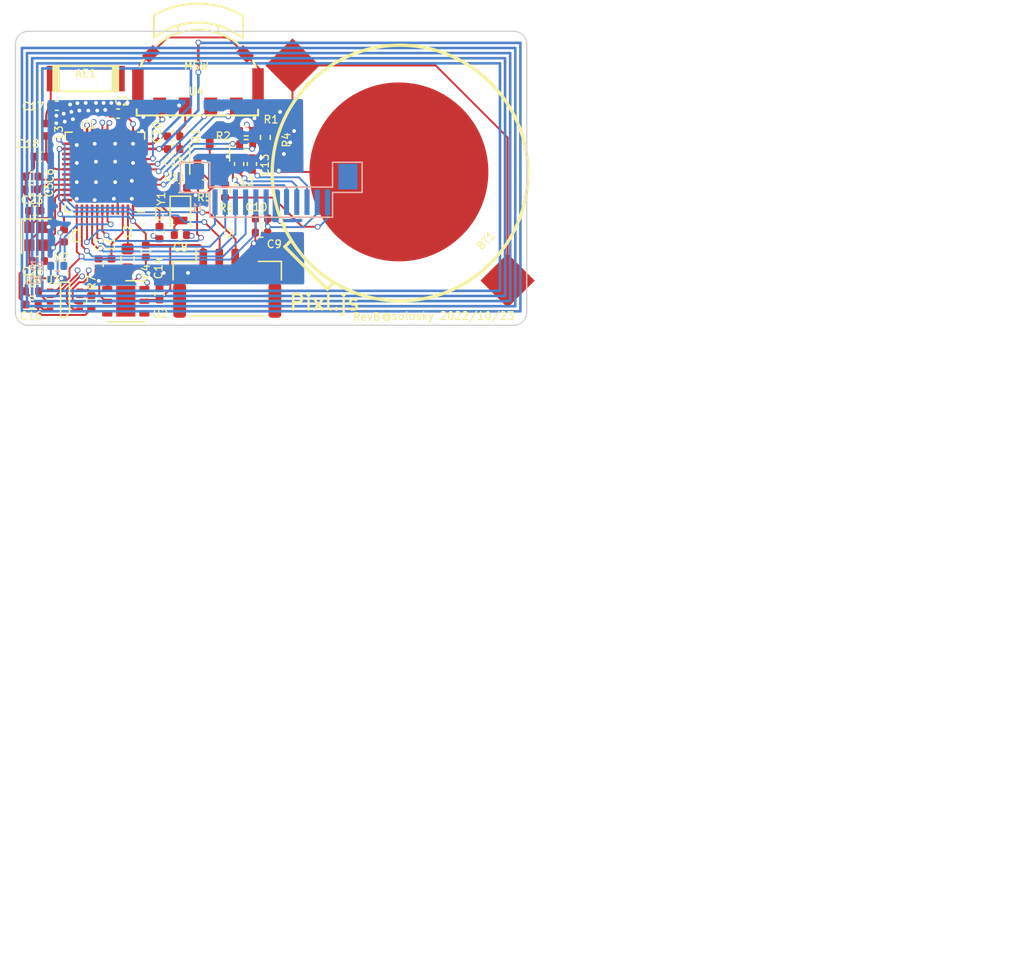
<source format=kicad_pcb>
(kicad_pcb (version 20211014) (generator pcbnew)
  (layers (0 "F.Cu" jumper) (1 "In1.Cu" signal) (2 "In2.Cu" signal) (31 "B.Cu" jumper) (34 "B.Paste" user) (35 "F.Paste" user) (36 "B.SilkS" user "B.Silkscreen") (37 "F.SilkS" user "F.Silkscreen") (38 "B.Mask" user) (39 "F.Mask" user) (44 "Edge.Cuts" user))
  (net 0 "")
  (net 1 "Net-(AE1-Pad1)")
  (net 2 "Net-(AE2-Pad1)")
  (net 3 "Net-(AE2-Pad2)")
  (net 4 "+BATT")
  (net 5 "GND")
  (net 6 "Net-(C1-Pad2)")
  (net 7 "Net-(C5-Pad2)")
  (net 8 "Net-(C6-Pad2)")
  (net 9 "Net-(C7-Pad2)")
  (net 10 "Net-(C8-Pad2)")
  (net 11 "Net-(C11-Pad2)")
  (net 12 "Net-(C12-Pad2)")
  (net 13 "Net-(C13-Pad2)")
  (net 14 "Net-(C12-Pad1)")
  (net 15 "Net-(C18-Pad2)")
  (net 16 "Net-(J1-Pad12)")
  (net 17 "/BL")
  (net 18 "Net-(Q1-Pad3)")
  (net 19 "/K3")
  (net 20 "Net-(C23-Pad2)")
  (net 21 "unconnected-(U4-Pad5)")
  (net 22 "Net-(C26-Pad2)")
  (net 23 "Net-(D1-Pad1)")
  (net 24 "+3V3")
  (net 25 "/SDA")
  (net 26 "/SCL")
  (net 27 "/CSB")
  (net 28 "/DC")
  (net 29 "/RSTN")
  (net 30 "/SWDIO")
  (net 31 "/SWDCLK")
  (net 32 "Net-(L1-Pad2)")
  (net 33 "Net-(L2-Pad2)")
  (net 34 "/ADC")
  (net 35 "/ADC_EN")
  (net 36 "/LED")
  (net 40 "/I2C_SDA")
  (net 41 "/I2C_SCL")
  (net 45 "Net-(R7-Pad1)")
  (net 47 "/K1")
  (net 48 "/K2")
  (net 49 "Net-(R8-Pad1)")
  (net 56 "/CSF")
  (net 57 "/SDI")
  (footprint "Resistor_SMD:R_0402_1005Metric" (layer "F.Cu") (at 88.8 73)
    (fp_text reference "R5")
    (fp_text value "10K")
  )
  (footprint "Capacitor_SMD:C_0402_1005Metric" (layer "F.Cu") (at 75.28 72.36)
    (fp_text reference "C6")
    (fp_text value "0.1uF")
  )
  (footprint "Package_DFN_QFN:QFN-48-1EP_6x6mm_P0.4mm_EP4.6x4.6mm" (layer "F.Cu") (at 81 72 180)
    (fp_text reference "U1")
    (fp_text value "nRF52832-QFxx")
  )
  (footprint "Inductor_SMD:L_0402_1005Metric" (layer "F.Cu") (at 76.4 68.7 -90)
    (fp_text reference "L3")
    (fp_text value "TBD")
  )
  (footprint "Package_DFN_QFN:DFN-6-1EP_3x3mm_P1mm_EP1.5x2.4mm" (layer "F.Cu") (at 82.635 82.12)
    (fp_text reference "U2")
    (fp_text value "SHT20")
  )
  (footprint "Capacitor_SMD:C_0402_1005Metric" (layer "F.Cu") (at 77.8 77 -90)
    (fp_text reference "C3")
    (fp_text value "0.1uF")
  )
  (footprint "MyLib:BAT-SMD_CR2032-3V" (layer "F.Cu") (at 104.089803 72.089803 45)
    (fp_text reference "BT1")
    (fp_text value "Battery_Cell" hide)
  )
  (footprint "Capacitor_SMD:C_0402_1005Metric" (layer "F.Cu") (at 86.91 73.25 180)
    (fp_text reference "C11")
    (fp_text value "12pF")
  )
  (footprint "Capacitor_SMD:C_0402_1005Metric" (layer "F.Cu") (at 75.51 75.04 180)
    (fp_text reference "C23")
    (fp_text value "12pF")
  )
  (footprint "MyLib:MSW" (layer "F.Cu") (at 88.28 65.8865)
    (fp_text reference "U4")
    (fp_text value "MSW")
  )
  (footprint "Crystal:Crystal_SMD_2016-4Pin_2.0x1.6mm" (layer "F.Cu") (at 75.64 77.03 -90)
    (fp_text reference "Y2")
    (fp_text value "32MHz")
  )
  (footprint "Capacitor_SMD:C_0402_1005Metric" (layer "F.Cu") (at 77.24 66.82 180)
    (fp_text reference "C17")
    (fp_text value "TBD")
  )
  (footprint "Inductor_SMD:L_0603_1608Metric" (layer "F.Cu") (at 82.77 78.81 90)
    (fp_text reference "L2")
    (fp_text value "10uH")
  )
  (footprint "Resistor_SMD:R_0402_1005Metric" (layer "F.Cu") (at 90.4 73.5 -90)
    (fp_text reference "R6")
    (fp_text value "10")
  )
  (footprint "Crystal:Crystal_SMD_2012-2Pin_2.0x1.2mm" (layer "F.Cu") (at 86.9 75.1 -90)
    (fp_text reference "Y1")
    (fp_text value "32.768K")
  )
  (footprint "MyLib:JST_GH_SM04B-GHS-TB_1x04-1MP_P1.25mm_Horizontal" (layer "F.Cu") (at 90.57 80.71)
    (fp_text reference "J2")
    (fp_text value "Conn_01x04")
  )
  (footprint "Capacitor_SMD:C_0402_1005Metric" (layer "F.Cu") (at 86.91 76.94 180)
    (fp_text reference "C8")
    (fp_text value "12pF")
  )
  (footprint "Capacitor_SMD:C_0402_1005Metric" (layer "F.Cu") (at 84.2 78.2 -90)
    (fp_text reference "C4")
    (fp_text value "4.7uF")
  )
  (footprint "Capacitor_SMD:C_0402_1005Metric" (layer "F.Cu") (at 75.3 82.37 180)
    (fp_text reference "C16")
    (fp_text value "0.1uF")
  )
  (footprint "Capacitor_SMD:C_0402_1005Metric" (layer "F.Cu") (at 92.5 71.38 -90)
    (fp_text reference "C13")
    (fp_text value "1uF/16V")
  )
  (footprint "Capacitor_SMD:C_0402_1005Metric" (layer "F.Cu") (at 86.38 69.22)
    (fp_text reference "C20")
    (fp_text value "150pF")
  )
  (footprint "Resistor_SMD:R_0402_1005Metric" (layer "F.Cu") (at 75.3 81.34 180)
    (fp_text reference "R8")
    (fp_text value "4.7K")
  )
  (footprint "Capacitor_SMD:C_0402_1005Metric" (layer "F.Cu") (at 85.27 81.53 -90)
    (fp_text reference "C14")
    (fp_text value "0.1uF")
  )
  (footprint "MyLib:USON-8_3x2mm_0.5pich" (layer "F.Cu") (at 77.88 82 90)
    (fp_text reference "U3")
    (fp_text value "GD25Q16C")
  )
  (footprint "Capacitor_SMD:C_0402_1005Metric" (layer "F.Cu") (at 75.79 78.97)
    (fp_text reference "C26")
    (fp_text value "12pF")
  )
  (footprint "Capacitor_SMD:C_0402_1005Metric" (layer "F.Cu") (at 93.25 76.75 180)
    (fp_text reference "C9")
    (fp_text value "10uF")
  )
  (footprint "Resistor_SMD:R_0402_1005Metric" (layer "F.Cu") (at 92.05 69.85 180)
    (fp_text reference "R2")
    (fp_text value "100K")
  )
  (footprint "MyLib:AN2051" (layer "F.Cu") (at 79.5 64.7)
    (fp_text reference "AE1")
    (fp_text value "Antenna")
  )
  (footprint "Resistor_SMD:R_0402_1005Metric" (layer "F.Cu") (at 79.94 82.19 -90)
    (fp_text reference "R7")
    (fp_text value "4.7K")
  )
  (footprint "Capacitor_SMD:C_0402_1005Metric" (layer "F.Cu") (at 75.94 70.81)
    (fp_text reference "C18")
    (fp_text value "TBD")
  )
  (footprint "Capacitor_SMD:C_0402_1005Metric" (layer "F.Cu") (at 82.03 67.44 180)
    (fp_text reference "C2")
    (fp_text value "0.1uF")
  )
  (footprint "Inductor_SMD:L_0402_1005Metric" (layer "F.Cu") (at 81.51 79.28 -90)
    (fp_text reference "L1")
    (fp_text value "15nH")
  )
  (footprint "Capacitor_SMD:C_0402_1005Metric" (layer "F.Cu") (at 93.25 75.65 180)
    (fp_text reference "C10")
    (fp_text value "0.1uF")
  )
  (footprint "Capacitor_SMD:C_0402_1005Metric" (layer "F.Cu") (at 75.23 73.37)
    (fp_text reference "C5")
    (fp_text value "0.1uF")
  )
  (footprint "Capacitor_SMD:C_0402_1005Metric" (layer "F.Cu") (at 80.5 79.28 90)
    (fp_text reference "C1")
    (fp_text value "1uF")
  )
  (footprint "Capacitor_SMD:C_0402_1005Metric" (layer "F.Cu") (at 86.38 70.22 180)
    (fp_text reference "C15")
    (fp_text value "150pF")
  )
  (footprint "Capacitor_SMD:C_0402_1005Metric" (layer "F.Cu") (at 91.5 71.38 90)
    (fp_text reference "C12")
    (fp_text value "1uF/25V")
  )
  (footprint "Package_TO_SOT_SMD:SOT-23" (layer "F.Cu") (at 89.2 70.5 90)
    (fp_text reference "Q1")
    (fp_text value "AO3400A")
  )
  (footprint "Capacitor_SMD:C_0402_1005Metric" (layer "F.Cu") (at 85.27 76.75 90)
    (fp_text reference "C7")
    (fp_text value "0.1uF")
  )
  (footprint "Resistor_SMD:R_0402_1005Metric" (layer "F.Cu") (at 92.05 68.8 180)
    (fp_text reference "R1")
    (fp_text value "100K")
  )
  (footprint "Resistor_SMD:R_0402_1005Metric" (layer "F.Cu") (at 93.55 69.3 90)
    (fp_text reference "R4")
    (fp_text value "0")
  )
  (footprint "Resistor_SMD:R_0402_1005Metric" (layer "B.Cu") (at 77.275 79.35)
    (fp_text reference "R3")
    (fp_text value "10K")
  )
  (footprint "LED_SMD:LED_0402_1005Metric" (layer "B.Cu") (at 77.25 80.45)
    (fp_text reference "D1")
    (fp_text value "LED_Small")
  )
  (footprint "MyLib:FPC_12 0.8mm" (layer "B.Cu") (at 94.01 74.365)
    (fp_text reference "J1")
    (fp_text value "Conn_01x12")
  )
  (footprint "MyLib:40x22MM_NFC_ANTENA" (layer "B.Cu") (at 147.705 129.905 180)
    (fp_text reference "AE2" hide)
    (fp_text value "Antenna_Loop")
  )
  (gr_arc (start 75 84) (mid 74.292893 83.707107) (end 74 83) (layer "Edge.Cuts") (width 0.1))
  (gr_line (start 75 84) (end 80.2 84) (layer "Edge.Cuts") (width 0.1))
  (gr_arc (start 74 62) (mid 74.292893 61.292893) (end 75 61) (layer "Edge.Cuts") (width 0.1))
  (gr_line (start 80.2 84) (end 113 84) (layer "Edge.Cuts") (width 0.1))
  (gr_line (start 74 62) (end 74 83) (layer "Edge.Cuts") (width 0.1))
  (gr_arc (start 113 61) (mid 113.707107 61.292893) (end 114 62) (layer "Edge.Cuts") (width 0.1))
  (gr_line (start 114 83) (end 114 62) (layer "Edge.Cuts") (width 0.1))
  (gr_line (start 113 61) (end 75 61) (layer "Edge.Cuts") (width 0.1))
  (gr_arc (start 114 83) (mid 113.707107 83.707107) (end 113 84) (layer "Edge.Cuts") (width 0.1))
  (gr_text "RevB" (at 101.48 83.34) (layer "F.SilkS") (effects (font (size 0.6 0.6) (thickness 0.1))))
  (gr_text "@solosky 2022/10/23" (at 107.84 83.27) (layer "F.SilkS") (effects (font (size 0.6 0.6) (thickness 0.1))))
  (gr_text "Pixl.js" (at 98.19 82.22) (layer "F.SilkS") (effects (font (size 1.2 1.2) (thickness 0.2))))
  (segment (start 76.4 68.215) (end 76.4 67.689116) (width 0.15) (layer "F.Cu") (net 1))
  (segment (start 76.76 66.82) (end 76.76 65.1587) (width 0.15) (layer "F.Cu") (net 1))
  (arc (start 76.4 67.689116) (mid 76.493561 67.218754) (end 76.76 66.82) (width 0.15) (layer "F.Cu") (net 1))
  (arc (start 76.76 65.1587) (mid 76.809379 64.910454) (end 76.95 64.7) (width 0.15) (layer "F.Cu") (net 1))
  (segment (start 85.26 70.22) (end 85.9 70.22) (width 0.2) (layer "F.Cu") (net 2))
  (segment (start 85.24 70.2) (end 85.26 70.22) (width 0.15) (layer "F.Cu") (net 2))
  (segment (start 88.31 61.88) (end 88.31 64.2) (width 0.2) (layer "F.Cu") (net 2))
  (segment (start 85.24 70.2) (end 83.95 70.2) (width 0.2) (layer "F.Cu") (net 2))
  (via (at 88.31 64.2) (size 0.45) (drill 0.3) (layers "F.Cu" "B.Cu") (net 2))
  (via (at 85.24 70.2) (size 0.45) (drill 0.3) (layers "F.Cu" "B.Cu") (net 2))
  (via (at 88.31 61.88) (size 0.45) (drill 0.3) (layers "F.Cu" "B.Cu") (net 2))
  (segment (start 85.29 70.2) (end 88.31 67.18) (width 0.2) (layer "B.Cu") (net 2))
  (segment (start 85.24 70.2) (end 85.29 70.2) (width 0.15) (layer "B.Cu") (net 2))
  (segment (start 88.31 67.18) (end 88.31 64.2) (width 0.2) (layer "B.Cu") (net 2))
  (segment (start 85.35 69.19) (end 85.87 69.19) (width 0.2) (layer "F.Cu") (net 3))
  (segment (start 84.74 69.8) (end 85.35 69.19) (width 0.2) (layer "F.Cu") (net 3))
  (segment (start 83.95 69.8) (end 84.74 69.8) (width 0.2) (layer "F.Cu") (net 3))
  (segment (start 85.87 69.19) (end 85.9 69.22) (width 0.15) (layer "F.Cu") (net 3))
  (via (at 85.35 69.19) (size 0.45) (drill 0.3) (layers "F.Cu" "B.Cu") (net 3))
  (segment (start 87.705 63.905) (end 87.725 63.925) (width 0.2) (layer "B.Cu") (net 3))
  (segment (start 87.725 63.925) (end 87.725 66.815) (width 0.2) (layer "B.Cu") (net 3))
  (segment (start 87.725 66.815) (end 85.35 69.19) (width 0.2) (layer "B.Cu") (net 3))
  (segment (start 95.675232 63.675232) (end 106.875232 63.675232) (width 0.15) (layer "F.Cu") (net 4))
  (segment (start 106.875232 63.675232) (end 112.504374 69.304374) (width 0.15) (layer "F.Cu") (net 4))
  (segment (start 95.675232 63.675232) (end 95.675232 67.684768) (width 0.15) (layer "F.Cu") (net 4))
  (segment (start 95.675232 67.684768) (end 93.55 69.81) (width 0.15) (layer "F.Cu") (net 4))
  (segment (start 112.504374 69.304374) (end 112.504374 80.504374) (width 0.15) (layer "F.Cu") (net 4))
  (segment (start 80.341594 80.52) (end 79.611594 81.25) (width 0.15) (layer "F.Cu") (net 5))
  (segment (start 79.611594 81.25) (end 79.03 81.25) (width 0.15) (layer "F.Cu") (net 5))
  (segment (start 94.7 72) (end 94.6 71.9) (width 0.15) (layer "F.Cu") (net 5))
  (segment (start 74.75 73.8) (end 74.75 73.37) (width 0.15) (layer "F.Cu") (net 5))
  (segment (start 90.15 71.25) (end 90.6 70.8) (width 0.15) (layer "F.Cu") (net 5))
  (segment (start 76.19 76.33) (end 76.57 76.33) (width 0.15) (layer "F.Cu") (net 5))
  (segment (start 82 74.4) (end 81.7 74.1) (width 0.15) (layer "F.Cu") (net 5))
  (segment (start 75.99 75.04) (end 74.75 73.8) (width 0.15) (layer "F.Cu") (net 5))
  (segment (start 75.99 74.0395) (end 76.5295 73.5) (width 0.15) (layer "F.Cu") (net 5))
  (segment (start 78.8 72.8) (end 78.8 72.4) (width 0.15) (layer "F.Cu") (net 5))
  (segment (start 81.55 67.44) (end 81.315 67.44) (width 0.15) (layer "F.Cu") (net 5))
  (segment (start 92.5 70.9) (end 93.22 70.9) (width 0.15) (layer "F.Cu") (net 5))
  (segment (start 74.32 79.96) (end 75.31 78.97) (width 0.15) (layer "F.Cu") (net 5))
  (segment (start 84.2 78.68) (end 84.2 79.7) (width 0.15) (layer "F.Cu") (net 5))
  (segment (start 87.28 66.8365) (end 87.2435 66.8) (width 0.15) (layer "F.Cu") (net 5))
  (segment (start 80.5 80.5) (end 80.5 79.76) (width 0.15) (layer "F.Cu") (net 5))
  (segment (start 80.52 80.52) (end 80.5 80.5) (width 0.15) (layer "F.Cu") (net 5))
  (segment (start 84.2 79.7) (end 84.4 79.9) (width 0.15) (layer "F.Cu") (net 5))
  (segment (start 87.7305 76.94) (end 87.39 76.94) (width 0.15) (layer "F.Cu") (net 5))
  (segment (start 92.77 76.75) (end 92.77 77.46498) (width 0.15) (layer "F.Cu") (net 5))
  (segment (start 92.77 75.65) (end 92.77 76.75) (width 0.15) (layer "F.Cu") (net 5))
  (segment (start 82 74.95) (end 82 74.4) (width 0.15) (layer "F.Cu") (net 5))
  (segment (start 88.1 73.82) (end 88.29 73.63) (width 0.15) (layer "F.Cu") (net 5))
  (segment (start 87.2435 66.8) (end 86.8 66.8) (width 0.15) (layer "F.Cu") (net 5))
  (segment (start 85.27 80.23) (end 85.6 79.9) (width 0.15) (layer "F.Cu") (net 5))
  (segment (start 80.56 80.6) (end 80.56 81.64) (width 0.15) (layer "F.Cu") (net 5))
  (segment (start 104 72) (end 94.7 72) (width 0.15) (layer "F.Cu") (net 5))
  (segment (start 92.445 77.78998) (end 92.64749 77.58749) (width 0.15) (layer "F.Cu") (net 5))
  (segment (start 92.77 77.46498) (end 92.64749 77.58749) (width 0.15) (layer "F.Cu") (net 5))
  (segment (start 75.99 75.04) (end 75.99 74.0395) (width 0.15) (layer "F.Cu") (net 5))
  (segment (start 75.46 70.81) (end 75.46 71.7) (width 0.15) (layer "F.Cu") (net 5))
  (segment (start 74.8 72.36) (end 74.8 73.32) (width 0.15) (layer "F.Cu") (net 5))
  (segment (start 74.32 81.87) (end 74.32 79.96) (width 0.15) (layer "F.Cu") (net 5))
  (segment (start 77.8 77.48) (end 77.395 77.48) (width 0.15) (layer "F.Cu") (net 5))
  (segment (start 85.03 77.23) (end 84.8 77) (width 0.15) (layer "F.Cu") (net 5))
  (segment (start 80.52 80.56) (end 80.56 80.6) (width 0.15) (layer "F.Cu") (net 5))
  (segment (start 77.395 77.48) (end 76.95 77.925) (width 0.15) (layer "F.Cu") (net 5))
  (segment (start 74.8 73.32) (end 74.75 73.37) (width 0.15) (layer "F.Cu") (net 5))
  (segment (start 74.82 82.37) (end 74.32 81.87) (width 0.15) (layer "F.Cu") (net 5))
  (segment (start 76.57 76.33) (end 76.6 76.3) (width 0.15) (layer "F.Cu") (net 5))
  (segment (start 85.27 77.23) (end 85.03 77.23) (width 0.15) (layer "F.Cu") (net 5))
  (segment (start 75.09 78.75) (end 75.31 78.97) (width 0.15) (layer "F.Cu") (net 5))
  (segment (start 87.28 68.32) (end 87.28 66.8365) (width 0.15) (layer "F.Cu") (net 5))
  (segment (start 86.86 68.74) (end 87.28 68.32) (width 0.15) (layer "F.Cu") (net 5))
  (segment (start 90.15 71.4375) (end 90.15 71.25) (width 0.15) (layer "F.Cu") (net 5))
  (segment (start 78.05 72.2) (end 78.6 72.2) (width 0.15) (layer "F.Cu") (net 5))
  (segment (start 75.09 77.43) (end 75.09 77.73) (width 0.15) (layer "F.Cu") (net 5))
  (segment (start 87.96 73.82) (end 87.39 73.25) (width 0.15) (layer "F.Cu") (net 5))
  (segment (start 86.86 69.22) (end 86.86 68.74) (width 0.15) (layer "F.Cu") (net 5))
  (segment (start 78.275 66.725) (end 78.18 66.82) (width 0.15) (layer "F.Cu") (net 5))
  (segment (start 76.19 76.33) (end 75.09 77.43) (width 0.15) (layer "F.Cu") (net 5))
  (segment (start 81.04 82.12) (end 81.185 82.12) (width 0.15) (layer "F.Cu") (net 5))
  (segment (start 88.29 73.63) (end 88.29 73) (width 0.15) (layer "F.Cu") (net 5))
  (segment (start 75.46 71.7) (end 74.8 72.36) (width 0.15) (layer "F.Cu") (net 5))
  (segment (start 80.52 80.52) (end 80.52 80.56) (width 0.15) (layer "F.Cu") (net 5))
  (segment (start 92.445 78.86) (end 92.445 77.78998) (width 0.15) (layer "F.Cu") (net 5))
  (segment (start 88.1 73.82) (end 87.96 73.82) (width 0.15) (layer "F.Cu") (net 5))
  (segment (start 81.315 67.44) (end 81.025 67.15) (width 0.15) (layer "F.Cu") (net 5))
  (segment (start 80.56 81.64) (end 81.04 82.12) (width 0.15) (layer "F.Cu") (net 5))
  (segment (start 78.18 66.82) (end 77.72 66.82) (width 0.15) (layer "F.Cu") (net 5))
  (segment (start 85.27 81.05) (end 85.27 80.23) (width 0.15) (layer "F.Cu") (net 5))
  (segment (start 86.86 70.22) (end 86.86 69.22) (width 0.15) (layer "F.Cu") (net 5))
  (segment (start 80.52 80.52) (end 80.341594 80.52) (width 0.15) (layer "F.Cu") (net 5))
  (segment (start 75.09 77.73) (end 75.09 78.75) (width 0.15) (layer "F.Cu") (net 5))
  (segment (start 87.79 76.9995) (end 87.7305 76.94) (width 0.15) (layer "F.Cu") (net 5))
  (segment (start 78.8 72.4) (end 78.6 72.2) (width 0.15) (layer "F.Cu") (net 5))
  (via (at 76.6 76.3) (size 0.45) (drill 0.3) (layers "F.Cu" "B.Cu") (net 5))
  (via (at 83.2 71.3) (size 0.45) (drill 0.3) (layers "F.Cu" "B.Cu") (net 5))
  (via (at 79.5 66.6) (size 0.45) (drill 0.3) (layers "F.Cu" "B.Cu") (net 5))
  (via (at 93.22 70.9) (size 0.45) (drill 0.3) (layers "F.Cu" "B.Cu") (net 5))
  (via (at 77.19251 68.19251) (size 0.45) (drill 0.3) (layers "F.Cu" "B.Cu") (net 5))
  (via (at 80.3 72.8) (size 0.45) (drill 0.3) (layers "F.Cu" "B.Cu") (net 5))
  (via (at 78.8 71.3) (size 0.45) (drill 0.3) (layers "F.Cu" "B.Cu") (net 5))
  (via (at 78.8 74.1) (size 0.45) (drill 0.3) (layers "F.Cu" "B.Cu") (net 5))
  (via (at 78.8 69.9) (size 0.45) (drill 0.3) (layers "F.Cu" "B.Cu") (net 5))
  (via (at 80.4 67.2) (size 0.45) (drill 0.3) (layers "F.Cu" "B.Cu") (net 5))
  (via (at 77.775 67.45) (size 0.45) (drill 0.3) (layers "F.Cu" "B.Cu") (net 5))
  (via (at 94.7 67.3) (size 0.45) (drill 0.3) (layers "F.Cu" "B.Cu") (net 5))
  (via (at 83.2 69.8) (size 0.45) (drill 0.3) (layers "F.Cu" "B.Cu") (net 5))
  (via (at 84 67.7) (size 0.45) (drill 0.3) (layers "F.Cu" "B.Cu") (net 5))
  (via (at 95.5 69.7) (size 0.45) (drill 0.3) (layers "F.Cu" "B.Cu") (net 5))
  (via (at 78.85 66.625) (size 0.45) (drill 0.3) (layers "F.Cu" "B.Cu") (net 5))
  (via (at 80.3 71.2) (size 0.45) (drill 0.3) (layers "F.Cu" "B.Cu") (net 5))
  (via (at 78.49751 67.87751) (size 0.45) (drill 0.3) (layers "F.Cu" "B.Cu") (net 5))
  (via (at 95.8 68.8) (size 0.45) (drill 0.3) (layers "F.Cu" "B.Cu") (net 5))
  (via (at 83.1 72.7) (size 0.45) (drill 0.3) (layers "F.Cu" "B.Cu") (net 5))
  (via (at 80.2 74.2) (size 0.45) (drill 0.3) (layers "F.Cu" "B.Cu") (net 5))
  (via (at 80.9 66.6) (size 0.45) (drill 0.3) (layers "F.Cu" "B.Cu") (net 5))
  (via (at 85.6 79.9) (size 0.45) (drill 0.3) (layers "F.Cu" "B.Cu") (net 5))
  (via (at 84.4 79.9) (size 0.45) (drill 0.3) (layers "F.Cu" "B.Cu") (net 5))
  (via (at 80.3 66.6) (size 0.45) (drill 0.3) (layers "F.Cu" "B.Cu") (net 5))
  (via (at 81.025 67.15) (size 0.45) (drill 0.3) (layers "F.Cu" "B.Cu") (net 5))
  (via (at 76.95 77.925) (size 0.45) (drill 0.3) (layers "F.Cu" "B.Cu") (net 5))
  (via (at 94.6 71.9) (size 0.45) (drill 0.3) (layers "F.Cu" "B.Cu") (net 5))
  (via (at 81.7 74.1) (size 0.45) (drill 0.3) (layers "F.Cu" "B.Cu") (net 5))
  (via (at 78.375 67.3) (size 0.45) (drill 0.3) (layers "F.Cu" "B.Cu") (net 5))
  (via (at 86.8 66.8) (size 0.45) (drill 0.3) (layers "F.Cu" "B.Cu") (net 5))
  (via (at 90.6 70.8) (size 0.45) (drill 0.3) (layers "F.Cu" "B.Cu") (net 5))
  (via (at 78.275 66.725) (size 0.45) (drill 0.3) (layers "F.Cu" "B.Cu") (net 5))
  (via (at 77.86 68.07) (size 0.45) (drill 0.3) (layers "F.Cu" "B.Cu") (net 5))
  (via (at 88.1 73.82) (size 0.45) (drill 0.3) (layers "F.Cu" "B.Cu") (net 5))
  (via (at 87.5 79.9) (size 0.45) (drill 0.3) (layers "F.Cu" "B.Cu") (net 5))
  (via (at 81.8 71.2) (size 0.45) (drill 0.3) (layers "F.Cu" "B.Cu") (net 5))
  (via (at 80.52 80.52) (size 0.45) (drill 0.3) (layers "F.Cu" "B.Cu") (net 5))
  (via (at 78.8 72.8) (size 0.45) (drill 0.3) (layers "F.Cu" "B.Cu") (net 5))
  (via (at 77.2 67.6) (size 0.45) (drill 0.3) (layers "F.Cu" "B.Cu") (net 5))
  (via (at 79.7 67.2) (size 0.45) (drill 0.3) (layers "F.Cu" "B.Cu") (net 5))
  (via (at 79 67.2) (size 0.45) (drill 0.3) (layers "F.Cu" "B.Cu") (net 5))
  (via (at 94.72 75.85) (size 0.45) (drill 0.3) (layers "F.Cu" "B.Cu") (net 5))
  (via (at 87.79 76.9995) (size 0.45) (drill 0.3) (layers "F.Cu" "B.Cu") (net 5))
  (via (at 81.8 69.8) (size 0.45) (drill 0.3) (layers "F.Cu" "B.Cu") (net 5))
  (via (at 92.7 67.8) (size 0.45) (drill 0.3) (layers "F.Cu" "B.Cu") (net 5))
  (via (at 81.5 66.6) (size 0.45) (drill 0.3) (layers "F.Cu" "B.Cu") (net 5))
  (via (at 76.5295 73.5) (size 0.45) (drill 0.3) (layers "F.Cu" "B.Cu") (net 5))
  (via (at 81.8 72.8) (size 0.45) (drill 0.3) (layers "F.Cu" "B.Cu") (net 5))
  (via (at 82.775 66.6) (size 0.45) (drill 0.3) (layers "F.Cu" "B.Cu") (net 5))
  (via (at 80.2 69.8) (size 0.45) (drill 0.3) (layers "F.Cu" "B.Cu") (net 5))
  (via (at 83.9 68.8) (size 0.45) (drill 0.3) (layers "F.Cu" "B.Cu") (net 5))
  (via (at 84.8 77) (size 0.45) (drill 0.3) (layers "F.Cu" "B.Cu") (net 5))
  (via (at 95 70.6) (size 0.45) (drill 0.3) (layers "F.Cu" "B.Cu") (net 5))
  (via (at 92.64749 77.58749) (size 0.45) (drill 0.3) (layers "F.Cu" "B.Cu") (net 5))
  (via (at 83.1 74.1) (size 0.45) (drill 0.3) (layers "F.Cu" "B.Cu") (net 5))
  (via (at 82.1 66.625) (size 0.45) (drill 0.3) (layers "F.Cu" "B.Cu") (net 5))
  (segment (start 94.41 75.54) (end 94.41 74.365) (width 0.15) (layer "B.Cu") (net 5))
  (segment (start 94.72 75.85) (end 94.41 75.54) (width 0.15) (layer "B.Cu") (net 5))
  (segment (start 81.505 78.8) (end 81.51 78.795) (width 0.15) (layer "F.Cu") (net 6))
  (segment (start 80.5 78.8) (end 81.505 78.8) (width 0.15) (layer "F.Cu") (net 6))
  (segment (start 82.4 74.95) (end 82.4 76.76) (width 0.15) (layer "F.Cu") (net 6))
  (segment (start 81.51 77.65) (end 81.51 78.795) (width 0.15) (layer "F.Cu") (net 6))
  (segment (start 82.4 76.76) (end 81.51 77.65) (width 0.15) (layer "F.Cu") (net 6))
  (segment (start 78.05 73) (end 76.08 73) (width 0.15) (layer "F.Cu") (net 7))
  (segment (start 76.08 73) (end 75.71 73.37) (width 0.15) (layer "F.Cu") (net 7))
  (segment (start 76 72.6) (end 75.76 72.36) (width 0.15) (layer "F.Cu") (net 8))
  (segment (start 78.05 72.6) (end 76 72.6) (width 0.15) (layer "F.Cu") (net 8))
  (segment (start 84.45 74.2) (end 85.27 75.02) (width 0.15) (layer "F.Cu") (net 9))
  (segment (start 83.95 74.2) (end 84.45 74.2) (width 0.15) (layer "F.Cu") (net 9))
  (segment (start 85.27 75.02) (end 85.27 76.27) (width 0.15) (layer "F.Cu") (net 9))
  (segment (start 83.95 73.8) (end 84.55 73.8) (width 0.15) (layer "F.Cu") (net 10))
  (segment (start 86.43 76.27) (end 86.9 75.8) (width 0.15) (layer "F.Cu") (net 10))
  (segment (start 84.55 73.8) (end 86.55 75.8) (width 0.15) (layer "F.Cu") (net 10))
  (segment (start 86.43 76.94) (end 86.43 76.27) (width 0.15) (layer "F.Cu") (net 10))
  (segment (start 86.55 75.8) (end 86.9 75.8) (width 0.15) (layer "F.Cu") (net 10))
  (segment (start 83.95 73.4) (end 85 73.4) (width 0.15) (layer "F.Cu") (net 11))
  (segment (start 86 74.4) (end 86.9 74.4) (width 0.15) (layer "F.Cu") (net 11))
  (segment (start 85 73.4) (end 86 74.4) (width 0.15) (layer "F.Cu") (net 11))
  (segment (start 86.43 73.25) (end 86.43 73.93) (width 0.15) (layer "F.Cu") (net 11))
  (segment (start 86.43 73.93) (end 86.9 74.4) (width 0.15) (layer "F.Cu") (net 11))
  (segment (start 91.5 70.9) (end 91.09 71.31) (width 0.15) (layer "F.Cu") (net 12))
  (segment (start 91.01 71.39) (end 91.01 72.49) (width 0.15) (layer "F.Cu") (net 12))
  (segment (start 91.09 71.31) (end 91.01 71.39) (width 0.15) (layer "F.Cu") (net 12))
  (segment (start 91.01 72.49) (end 91.16 72.64) (width 0.15) (layer "F.Cu") (net 12))
  (via (at 91.16 72.64) (size 0.45) (drill 0.3) (layers "F.Cu" "B.Cu") (net 12))
  (segment (start 95 73.04) (end 95.21 73.25) (width 0.15) (layer "B.Cu") (net 12))
  (segment (start 91.16 72.64) (end 91.56 73.04) (width 0.15) (layer "B.Cu") (net 12))
  (segment (start 95.21 73.25) (end 95.21 74.365) (width 0.15) (layer "B.Cu") (net 12))
  (segment (start 91.56 73.04) (end 95 73.04) (width 0.15) (layer "B.Cu") (net 12))
  (segment (start 92.5 71.86) (end 92.93 72.29) (width 0.15) (layer "F.Cu") (net 13))
  (via (at 92.93 72.29) (size 0.45) (drill 0.3) (layers "F.Cu" "B.Cu") (net 13))
  (segment (start 92.93 72.29) (end 93.06 72.42) (width 0.15) (layer "B.Cu") (net 13))
  (segment (start 96.16 72.42) (end 96.81 73.07) (width 0.15) (layer "B.Cu") (net 13))
  (segment (start 93.06 72.42) (end 96.16 72.42) (width 0.15) (layer "B.Cu") (net 13))
  (segment (start 96.81 73.07) (end 96.81 74.365) (width 0.15) (layer "B.Cu") (net 13))
  (segment (start 91.5 72.08) (end 91.5 71.86) (width 0.15) (layer "F.Cu") (net 14))
  (segment (start 91.92 72.5) (end 91.5 72.08) (width 0.15) (layer "F.Cu") (net 14))
  (via (at 91.92 72.5) (size 0.45) (drill 0.3) (layers "F.Cu" "B.Cu") (net 14))
  (segment (start 96.01 73.13) (end 96.01 74.365) (width 0.15) (layer "B.Cu") (net 14))
  (segment (start 91.92 72.5) (end 92.16 72.74) (width 0.15) (layer "B.Cu") (net 14))
  (segment (start 95.62 72.74) (end 96.01 73.13) (width 0.15) (layer "B.Cu") (net 14))
  (segment (start 92.16 72.74) (end 95.62 72.74) (width 0.15) (layer "B.Cu") (net 14))
  (segment (start 78.05 71.8) (end 77.41 71.8) (width 0.15) (layer "F.Cu") (net 15))
  (segment (start 76.4 69.185) (end 76.4 70.79) (width 0.15) (layer "F.Cu") (net 15))
  (arc (start 77.41 71.8) (mid 76.709964 71.510036) (end 76.42 70.81) (width 0.15) (layer "F.Cu") (net 15))
  (arc (start 76.4 70.79) (mid 76.405858 70.804142) (end 76.42 70.81) (width 0.15) (layer "F.Cu") (net 15))
  (segment (start 97.64 76.29) (end 96.44 76.29) (width 0.15) (layer "F.Cu") (net 16))
  (segment (start 96.44 76.29) (end 94.16 74.01) (width 0.15) (layer "F.Cu") (net 16))
  (segment (start 94.16 74.01) (end 90.4 74.01) (width 0.15) (layer "F.Cu") (net 16))
  (via (at 97.64 76.29) (size 0.45) (drill 0.3) (layers "F.Cu" "B.Cu") (net 16))
  (segment (start 98.41 75.65) (end 98.41 74.365) (width 0.15) (layer "B.Cu") (net 16))
  (segment (start 97.64 76.29) (end 97.77 76.29) (width 0.15) (layer "B.Cu") (net 16))
  (segment (start 97.77 76.29) (end 98.41 75.65) (width 0.15) (layer "B.Cu") (net 16))
  (segment (start 80.8 74.95) (end 80.8 76.6395) (width 0.15) (layer "F.Cu") (net 17))
  (segment (start 89.31 72.81) (end 88.25 71.75) (width 0.15) (layer "F.Cu") (net 17))
  (segment (start 88.506186 77.15) (end 88.21 76.853814) (width 0.15) (layer "F.Cu") (net 17))
  (segment (start 88.52 77.15) (end 88.506186 77.15) (width 0.15) (layer "F.Cu") (net 17))
  (segment (start 88.25 71.75) (end 88.25 71.4375) (width 0.15) (layer "F.Cu") (net 17))
  (segment (start 80.8 76.6395) (end 81.12 76.9595) (width 0.15) (layer "F.Cu") (net 17))
  (segment (start 88.21 74.43) (end 89.32 73.32) (width 0.15) (layer "F.Cu") (net 17))
  (segment (start 89.31 73) (end 89.31 72.81) (width 0.15) (layer "F.Cu") (net 17))
  (segment (start 88.21 76.853814) (end 88.21 74.43) (width 0.15) (layer "F.Cu") (net 17))
  (via (at 88.52 77.15) (size 0.45) (drill 0.3) (layers "F.Cu" "B.Cu") (net 17))
  (via (at 81.12 76.9595) (size 0.45) (drill 0.3) (layers "F.Cu" "B.Cu") (net 17))
  (segment (start 81.5605 77.4) (end 81.12 76.9595) (width 0.15) (layer "B.Cu") (net 17))
  (segment (start 88.27 77.4) (end 81.5605 77.4) (width 0.15) (layer "B.Cu") (net 17))
  (segment (start 88.52 77.15) (end 88.27 77.4) (width 0.15) (layer "B.Cu") (net 17))
  (segment (start 90.19 72.99) (end 89.2 72) (width 0.15) (layer "F.Cu") (net 18))
  (segment (start 89.2 72) (end 89.2 69.5625) (width 0.15) (layer "F.Cu") (net 18))
  (segment (start 90.4 72.99) (end 90.19 72.99) (width 0.15) (layer "F.Cu") (net 18))
  (segment (start 90.65 67.65) (end 91.28 67.02) (width 0.15) (layer "F.Cu") (net 19))
  (segment (start 85.05 71.8) (end 85.2 71.95) (width 0.15) (layer "F.Cu") (net 19))
  (segment (start 83.95 71.8) (end 85.05 71.8) (width 0.15) (layer "F.Cu") (net 19))
  (segment (start 91.28 67.02) (end 91.28 66.8365) (width 0.15) (layer "F.Cu") (net 19))
  (via (at 85.2 71.95) (size 0.45) (drill 0.3) (layers "F.Cu" "B.Cu") (net 19))
  (via (at 90.65 67.65) (size 0.45) (drill 0.3) (layers "F.Cu" "B.Cu") (net 19))
  (segment (start 85.2 71.95) (end 85.25 71.95) (width 0.15) (layer "B.Cu") (net 19))
  (segment (start 89.55 67.65) (end 90.65 67.65) (width 0.15) (layer "B.Cu") (net 19))
  (segment (start 85.25 71.95) (end 89.55 67.65) (width 0.15) (layer "B.Cu") (net 19))
  (segment (start 76.49 75.61) (end 75.81 75.61) (width 0.15) (layer "F.Cu") (net 20))
  (segment (start 76.74 73.86) (end 76.74 75.36) (width 0.15) (layer "F.Cu") (net 20))
  (segment (start 76.74 75.36) (end 76.49 75.61) (width 0.15) (layer "F.Cu") (net 20))
  (segment (start 75.03 76.27) (end 75.09 76.33) (width 0.15) (layer "F.Cu") (net 20))
  (segment (start 78.05 73.4) (end 77.2 73.4) (width 0.15) (layer "F.Cu") (net 20))
  (segment (start 77.2 73.4) (end 76.74 73.86) (width 0.15) (layer "F.Cu") (net 20))
  (segment (start 75.03 75.04) (end 75.03 76.27) (width 0.15) (layer "F.Cu") (net 20))
  (segment (start 75.81 75.61) (end 75.09 76.33) (width 0.15) (layer "F.Cu") (net 20))
  (segment (start 90.64 61.48) (end 93.13 63.97) (width 0.15) (layer "F.Cu") (net 21))
  (segment (start 83.73 65.7865) (end 83.73 63.64) (width 0.15) (layer "F.Cu") (net 21))
  (segment (start 85.89 61.48) (end 90.64 61.48) (width 0.15) (layer "F.Cu") (net 21))
  (segment (start 83.73 63.64) (end 85.89 61.48) (width 0.15) (layer "F.Cu") (net 21))
  (segment (start 93.13 63.97) (end 93.13 65.7865) (width 0.15) (layer "F.Cu") (net 21))
  (segment (start 78.05 73.8) (end 77.345 73.8) (width 0.15) (layer "F.Cu") (net 22))
  (segment (start 77.1 74.045) (end 77.1 76.82) (width 0.15) (layer "F.Cu") (net 22))
  (segment (start 77.1 76.82) (end 76.19 77.73) (width 0.15) (layer "F.Cu") (net 22))
  (segment (start 77.345 73.8) (end 77.1 74.045) (width 0.15) (layer "F.Cu") (net 22))
  (segment (start 76.19 78.89) (end 76.27 78.97) (width 0.15) (layer "F.Cu") (net 22))
  (segment (start 76.19 77.73) (end 76.19 78.89) (width 0.15) (layer "F.Cu") (net 22))
  (segment (start 76.765 79.35) (end 76.765 80.45) (width 0.15) (layer "B.Cu") (net 23))
  (segment (start 77.8 75.6) (end 77.5 75.3) (width 0.15) (layer "F.Cu") (net 24))
  (segment (start 89.2 80.3) (end 93 80.3) (width 0.15) (layer "F.Cu") (net 24))
  (segment (start 77.60501 80.32001) (end 75.33999 80.32001) (width 0.15) (layer "F.Cu") (net 24))
  (segment (start 88.725 79.825) (end 89.2 80.3) (width 0.15) (layer "F.Cu") (net 24))
  (segment (start 75.78 82.94) (end 76.03 83.19) (width 0.15) (layer "F.Cu") (net 24))
  (segment (start 84.2 76.85) (end 84.2 77.72) (width 0.15) (layer "F.Cu") (net 24))
  (segment (start 77.57 76.75) (end 77.8 76.52) (width 0.15) (layer "F.Cu") (net 24))
  (segment (start 77.8 76.52) (end 77.8 75.6) (width 0.15) (layer "F.Cu") (net 24))
  (segment (start 88.725 78.85) (end 88.725 79.825) (width 0.15) (layer "F.Cu") (net 24))
  (segment (start 74.79 81.34) (end 74.79 81.38) (width 0.15) (layer "F.Cu") (net 24))
  (segment (start 92.57 68.79) (end 92.56 68.8) (width 0.15) (layer "F.Cu") (net 24))
  (segment (start 92.56 68.8) (end 92.56 68.76) (width 0.15) (layer "F.Cu") (net 24))
  (segment (start 93.7 77.1) (end 93.7 76.78) (width 0.15) (layer "F.Cu") (net 24))
  (segment (start 76.71 82.75) (end 76.16 82.75) (width 0.15) (layer "F.Cu") (net 24))
  (segment (start 93.7 79.6) (end 93.7 77.1) (width 0.15) (layer "F.Cu") (net 24))
  (segment (start 76.16 82.75) (end 75.78 82.37) (width 0.15) (layer "F.Cu") (net 24))
  (segment (start 88.42 77.72) (end 88.725 78.025) (width 0.15) (layer "F.Cu") (net 24))
  (segment (start 93.75 76.28) (end 93.75 75.67) (width 0.15) (layer "F.Cu") (net 24))
  (segment (start 74.79 80.87) (end 74.79 81.34) (width 0.15) (layer "F.Cu") (net 24))
  (segment (start 93.73 75.65) (end 93.73 76.75) (width 0.15) (layer "F.Cu") (net 24))
  (segment (start 78.05 74.2) (end 77.75 74.2) (width 0.15) (layer "F.Cu") (net 24))
  (segment (start 74.79 81.38) (end 75.78 82.37) (width 0.15) (layer "F.Cu") (net 24))
  (segment (start 85.27 82.01) (end 84.195 82.01) (width 0.15) (layer "F.Cu") (net 24))
  (segment (start 84.2 77.72) (end 86.11 77.72) (width 0.15) (layer "F.Cu") (net 24))
  (segment (start 75.78 82.37) (end 75.78 82.94) (width 0.15) (layer "F.Cu") (net 24))
  (segment (start 86.11 81.17) (end 86.11 77.72) (width 0.15) (layer "F.Cu") (net 24))
  (segment (start 77.75 74.2) (end 77.5 74.45) (width 0.15) (layer "F.Cu") (net 24))
  (segment (start 77.5 74.45) (end 77.5 75.3) (width 0.15) (layer "F.Cu") (net 24))
  (segment (start 93 80.3) (end 93.7 79.6) (width 0.15) (layer "F.Cu") (net 24))
  (segment (start 79.45 83.19) (end 79.94 82.7) (width 0.15) (layer "F.Cu") (net 24))
  (segment (start 86.11 77.72) (end 88.42 77.72) (width 0.15) (layer "F.Cu") (net 24))
  (segment (start 92.56 68.76) (end 92.1 68.3) (width 0.15) (layer "F.Cu") (net 24))
  (segment (start 83.2 68.25) (end 83.2 69.05) (width 0.15) (layer "F.Cu") (net 24))
  (segment (start 77.4995 76.75) (end 77.57 76.75) (width 0.15) (layer "F.Cu") (net 24))
  (segment (start 88.725 78.025) (end 88.725 78.85) (width 0.15) (layer "F.Cu") (net 24))
  (segment (start 82.52 67.49) (end 83.2 68.17) (width 0.15) (layer "F.Cu") (net 24))
  (segment (start 84.195 82.01) (end 84.085 82.12) (width 0.15) (layer "F.Cu") (net 24))
  (segment (start 83.2 74.95) (end 83.2 75.85) (width 0.15) (layer "F.Cu") (net 24))
  (segment (start 93.7 76.78) (end 93.73 76.75) (width 0.15) (layer "F.Cu") (net 24))
  (segment (start 85.27 82.01) (end 86.11 81.17) (width 0.15) (layer "F.Cu") (net 24))
  (segment (start 76.03 83.19) (end 79.45 83.19) (width 0.15) (layer "F.Cu") (net 24))
  (segment (start 93.55 68.79) (end 92.57 68.79) (width 0.15) (layer "F.Cu") (net 24))
  (segment (start 93.75 75.67) (end 93.73 75.65) (width 0.15) (layer "F.Cu") (net 24))
  (segment (start 83.2 75.85) (end 84.2 76.85) (width 0.15) (layer "F.Cu") (net 24))
  (segment (start 75.33999 80.32001) (end 74.79 80.87) (width 0.15) (layer "F.Cu") (net 24))
  (via (at 83.2 68.25) (size 0.45) (drill 0.3) (layers "F.Cu" "B.Cu") (net 24))
  (via (at 93.75 76.28) (size 0.45) (drill 0.3) (layers "F.Cu" "B.Cu") (net 24))
  (via (at 77.5 75.3) (size 0.45) (drill 0.3) (layers "F.Cu" "B.Cu") (net 24))
  (via (at 77.60501 80.32001) (size 0.45) (drill 0.3) (layers "F.Cu" "B.Cu") (net 24))
  (via (at 83.2 75.85) (size 0.45) (drill 0.3) (layers "F.Cu" "B.Cu") (net 24))
  (via (at 92.1 68.3) (size 0.45) (drill 0.3) (layers "F.Cu" "B.Cu") (net 24))
  (via (at 77.4995 76.75) (size 0.45) (drill 0.3) (layers "F.Cu" "B.Cu") (net 24))
  (segment (start 97.02 75.82) (end 97.03 75.82) (width 0.15) (layer "B.Cu") (net 24))
  (segment (start 77.7 75.5) (end 82.85 75.5) (width 0.15) (layer "B.Cu") (net 24))
  (segment (start 77.5 75.3) (end 77.7 75.5) (width 0.15) (layer "B.Cu") (net 24))
  (segment (start 77.4995 78.2005) (end 77.3 78.4) (width 0.15) (layer "B.Cu") (net 24))
  (segment (start 93.75 76.28) (end 93.79 76.32) (width 0.15) (layer "B.Cu") (net 24))
  (segment (start 97.03 75.82) (end 97.61 75.24) (width 0.15) (layer "B.Cu") (net 24))
  (segment (start 77.3 80.015) (end 77.735 80.45) (width 0.15) (layer "B.Cu") (net 24))
  (segment (start 93.75 76.28) (end 93.61 76.14) (width 0.15) (layer "B.Cu") (net 24))
  (segment (start 77.3 78.4) (end 77.3 80.015) (width 0.15) (layer "B.Cu") (net 24))
  (segment (start 93.79 76.32) (end 96.52 76.32) (width 0.15) (layer "B.Cu") (net 24))
  (segment (start 93.61 76.14) (end 93.61 74.365) (width 0.15) (layer "B.Cu") (net 24))
  (segment (start 96.52 76.32) (end 97.02 75.82) (width 0.15) (layer "B.Cu") (net 24))
  (segment (start 82.85 75.5) (end 83.2 75.85) (width 0.15) (layer "B.Cu") (net 24))
  (segment (start 97.61 75.24) (end 97.61 74.365) (width 0.15) (layer "B.Cu") (net 24))
  (segment (start 77.4995 76.75) (end 77.4995 78.2005) (width 0.15) (layer "B.Cu") (net 24))
  (segment (start 78.23 79.55) (end 78.23 80.26) (width 0.15) (layer "F.Cu") (net 25))
  (segment (start 79.17 78.61) (end 78.23 79.55) (width 0.15) (layer "F.Cu") (net 25))
  (segment (start 77.24 81.25) (end 76.71 81.25) (width 0.15) (layer "F.Cu") (net 25))
  (segment (start 78.8 78.24) (end 78.8 74.95) (width 0.15) (layer "F.Cu") (net 25))
  (segment (start 79.17 78.61) (end 78.8 78.24) (width 0.15) (layer "F.Cu") (net 25))
  (segment (start 78.23 80.26) (end 77.24 81.25) (width 0.15) (layer "F.Cu") (net 25))
  (via (at 79.17 78.61) (size 0.45) (drill 0.3) (layers "F.Cu" "B.Cu") (net 25))
  (segment (start 79.17 78.61) (end 79.42 78.86) (width 0.15) (layer "B.Cu") (net 25))
  (segment (start 79.42 78.86) (end 90.81 78.86) (width 0.15) (layer "B.Cu") (net 25))
  (segment (start 92.81 76.86) (end 92.81 74.365) (width 0.15) (layer "B.Cu") (net 25))
  (segment (start 90.81 78.86) (end 92.81 76.86) (width 0.15) (layer "B.Cu") (net 25))
  (segment (start 78.53501 80.31499) (end 78.53501 80.314029) (width 0.15) (layer "F.Cu") (net 26))
  (segment (start 78.53501 80.314029) (end 78.86 79.989039) (width 0.15) (layer "F.Cu") (net 26))
  (segment (start 79.1905 77.78) (end 79.1905 74.9595) (width 0.15) (layer "F.Cu") (net 26))
  (segment (start 79.5905 78.18) (end 79.1905 77.78) (width 0.15) (layer "F.Cu") (net 26))
  (segment (start 79.1905 74.9595) (end 79.2 74.95) (width 0.15) (layer "F.Cu") (net 26))
  (segment (start 76.71 81.75) (end 77.1 81.75) (width 0.15) (layer "F.Cu") (net 26))
  (segment (start 77.1 81.75) (end 78.53501 80.31499) (width 0.15) (layer "F.Cu") (net 26))
  (segment (start 78.86 79.989039) (end 78.86 79.7) (width 0.15) (layer "F.Cu") (net 26))
  (via (at 78.86 79.7) (size 0.45) (drill 0.3) (layers "F.Cu" "B.Cu") (net 26))
  (via (at 79.5905 78.18) (size 0.45) (drill 0.3) (layers "F.Cu" "B.Cu") (net 26))
  (segment (start 90.25 78.61) (end 92.01 76.85) (width 0.15) (layer "B.Cu") (net 26))
  (segment (start 79.5905 78.18) (end 80.0205 78.61) (width 0.15) (layer "B.Cu") (net 26))
  (segment (start 80.0205 78.61) (end 90.25 78.61) (width 0.15) (layer "B.Cu") (net 26))
  (segment (start 92.01 76.85) (end 92.01 74.365) (width 0.15) (layer "B.Cu") (net 26))
  (segment (start 79.6 77.48009) (end 79.6 74.95) (width 0.15) (layer "F.Cu") (net 27))
  (segment (start 79.5905 77.48959) (end 79.6 77.48009) (width 0.15) (layer "F.Cu") (net 27))
  (via (at 79.5905 77.48959) (size 0.45) (drill 0.3) (layers "F.Cu" "B.Cu") (net 27))
  (segment (start 89.61 76.08) (end 89.61 74.365) (width 0.15) (layer "B.Cu") (net 27))
  (segment (start 80.52009 76.56) (end 89.13 76.56) (width 0.15) (layer "B.Cu") (net 27))
  (segment (start 79.5905 77.48959) (end 80.52009 76.56) (width 0.15) (layer "B.Cu") (net 27))
  (segment (start 89.13 76.56) (end 89.61 76.08) (width 0.15) (layer "B.Cu") (net 27))
  (segment (start 80.6495 77.99) (end 80.43 77.99) (width 0.15) (layer "F.Cu") (net 28))
  (segment (start 80.43 77.99) (end 80 77.56) (width 0.15) (layer "F.Cu") (net 28))
  (segment (start 80 77.56) (end 80 74.95) (width 0.15) (layer "F.Cu") (net 28))
  (via (at 80.6495 77.99) (size 0.45) (drill 0.3) (layers "F.Cu" "B.Cu") (net 28))
  (segment (start 80.8795 78.22) (end 89.86 78.22) (width 0.15) (layer "B.Cu") (net 28))
  (segment (start 91.21 76.87) (end 91.21 74.365) (width 0.15) (layer "B.Cu") (net 28))
  (segment (start 89.86 78.22) (end 91.21 76.87) (width 0.15) (layer "B.Cu") (net 28))
  (segment (start 80.6495 77.99) (end 80.8795 78.22) (width 0.15) (layer "B.Cu") (net 28))
  (segment (start 80.4 77.1505) (end 80.4 74.95) (width 0.15) (layer "F.Cu") (net 29))
  (segment (start 80.6495 77.4) (end 80.4 77.1505) (width 0.15) (layer "F.Cu") (net 29))
  (via (at 80.6495 77.4) (size 0.45) (drill 0.3) (layers "F.Cu" "B.Cu") (net 29))
  (segment (start 90.41 76.64) (end 89.2 77.85) (width 0.15) (layer "B.Cu") (net 29))
  (segment (start 81.0995 77.85) (end 80.6495 77.4) (width 0.15) (layer "B.Cu") (net 29))
  (segment (start 89.2 77.85) (end 81.0995 77.85) (width 0.15) (layer "B.Cu") (net 29))
  (segment (start 90.41 74.365) (end 90.41 76.64) (width 0.15) (layer "B.Cu") (net 29))
  (segment (start 89.975 77.115) (end 89.975 78.85) (width 0.15) (layer "F.Cu") (net 30))
  (segment (start 88.78 75.92) (end 89.975 77.115) (width 0.15) (layer "F.Cu") (net 30))
  (segment (start 77.45 70.2) (end 78.05 70.2) (width 0.15) (layer "F.Cu") (net 30))
  (via (at 88.78 75.92) (size 0.45) (drill 0.3) (layers "F.Cu" "B.Cu") (net 30))
  (via (at 77.45 70.2) (size 0.45) (drill 0.3) (layers "F.Cu" "B.Cu") (net 30))
  (segment (start 77.3995 70.2505) (end 77.45 70.2) (width 0.15) (layer "B.Cu") (net 30))
  (segment (start 78.35 75.1) (end 77.3995 74.1495) (width 0.15) (layer "B.Cu") (net 30))
  (segment (start 88.78 75.92) (end 87.22 75.92) (width 0.15) (layer "B.Cu") (net 30))
  (segment (start 83.103554 75.4) (end 82.803554 75.1) (width 0.15) (layer "B.Cu") (net 30))
  (segment (start 86.7 75.4) (end 83.103554 75.4) (width 0.15) (layer "B.Cu") (net 30))
  (segment (start 87.22 75.92) (end 86.7 75.4) (width 0.15) (layer "B.Cu") (net 30))
  (segment (start 77.3995 74.1495) (end 77.3995 70.2505) (width 0.15) (layer "B.Cu") (net 30))
  (segment (start 82.803554 75.1) (end 78.35 75.1) (width 0.15) (layer "B.Cu") (net 30))
  (segment (start 89.122525 75.18) (end 91.225 77.282475) (width 0.15) (layer "F.Cu") (net 31))
  (segment (start 91.225 77.282475) (end 91.225 78.85) (width 0.15) (layer "F.Cu") (net 31))
  (segment (start 77.734824 69.8) (end 77.3995 69.464676) (width 0.15) (layer "F.Cu") (net 31))
  (segment (start 78.05 69.8) (end 77.734824 69.8) (width 0.15) (layer "F.Cu") (net 31))
  (segment (start 88.63 75.18) (end 89.122525 75.18) (width 0.15) (layer "F.Cu") (net 31))
  (via (at 88.63 75.18) (size 0.45) (drill 0.3) (layers "F.Cu" "B.Cu") (net 31))
  (via (at 77.3995 69.464676) (size 0.45) (drill 0.3) (layers "F.Cu" "B.Cu") (net 31))
  (segment (start 78.6 74.8) (end 77.85 74.05) (width 0.15) (layer "B.Cu") (net 31))
  (segment (start 88.6 75.15) (end 83.207108 75.15) (width 0.15) (layer "B.Cu") (net 31))
  (segment (start 77.85 69.915176) (end 77.3995 69.464676) (width 0.15) (layer "B.Cu") (net 31))
  (segment (start 88.63 75.18) (end 88.6 75.15) (width 0.15) (layer "B.Cu") (net 31))
  (segment (start 83.207108 75.15) (end 82.857108 74.8) (width 0.15) (layer "B.Cu") (net 31))
  (segment (start 77.85 74.05) (end 77.85 69.915176) (width 0.15) (layer "B.Cu") (net 31))
  (segment (start 82.857108 74.8) (end 78.6 74.8) (width 0.15) (layer "B.Cu") (net 31))
  (segment (start 82.77 79.5975) (end 82.6025 79.765) (width 0.15) (layer "F.Cu") (net 32))
  (segment (start 82.6025 79.765) (end 81.51 79.765) (width 0.15) (layer "F.Cu") (net 32))
  (segment (start 82.8 77.9925) (end 82.77 78.0225) (width 0.15) (layer "F.Cu") (net 33))
  (segment (start 82.8 74.95) (end 82.8 77.9925) (width 0.15) (layer "F.Cu") (net 33))
  (segment (start 92.56 70.16) (end 92.52 70.2) (width 0.15) (layer "F.Cu") (net 34))
  (segment (start 83.95 73) (end 85.58 73) (width 0.15) (layer "F.Cu") (net 34))
  (segment (start 92.56 69.85) (end 92.56 70.16) (width 0.15) (layer "F.Cu") (net 34))
  (segment (start 85.58 73) (end 85.59 72.99) (width 0.15) (layer "F.Cu") (net 34))
  (segment (start 92.56 69.82) (end 91.54 68.8) (width 0.15) (layer "F.Cu") (net 34))
  (segment (start 92.56 69.85) (end 92.56 69.82) (width 0.15) (layer "F.Cu") (net 34))
  (via (at 92.52 70.2) (size 0.45) (drill 0.3) (layers "F.Cu" "B.Cu") (net 34))
  (via (at 85.59 72.99) (size 0.45) (drill 0.3) (layers "F.Cu" "B.Cu") (net 34))
  (segment (start 88.03 70.2) (end 92.52 70.2) (width 0.15) (layer "B.Cu") (net 34))
  (segment (start 86.3 72.42) (end 86.3 71.93) (width 0.15) (layer "B.Cu") (net 34))
  (segment (start 85.59 72.99) (end 85.73 72.99) (width 0.15) (layer "B.Cu") (net 34))
  (segment (start 86.3 71.93) (end 88.03 70.2) (width 0.15) (layer "B.Cu") (net 34))
  (segment (start 85.73 72.99) (end 86.3 72.42) (width 0.15) (layer "B.Cu") (net 34))
  (segment (start 83.95 72.6) (end 85.35 72.6) (width 0.15) (layer "F.Cu") (net 35))
  (segment (start 91.49 69.8) (end 91.54 69.85) (width 0.15) (layer "F.Cu") (net 35))
  (segment (start 85.35 72.6) (end 85.8 72.15) (width 0.15) (layer "F.Cu") (net 35))
  (segment (start 91 69.8) (end 91.49 69.8) (width 0.15) (layer "F.Cu") (net 35))
  (via (at 85.8 72.15) (size 0.45) (drill 0.3) (layers "F.Cu" "B.Cu") (net 35))
  (via (at 91 69.8) (size 0.45) (drill 0.3) (layers "F.Cu" "B.Cu") (net 35))
  (segment (start 85.8 72.15) (end 85.8 71.93) (width 0.15) (layer "B.Cu") (net 35))
  (segment (start 85.8 71.93) (end 87.93 69.8) (width 0.15) (layer "B.Cu") (net 35))
  (segment (start 87.93 69.8) (end 91 69.8) (width 0.15) (layer "B.Cu") (net 35))
  (segment (start 81.2 74.95) (end 81.2 75.85) (width 0.15) (layer "F.Cu") (net 36))
  (segment (start 81.2 75.85) (end 81.45 76.1) (width 0.15) (layer "F.Cu") (net 36))
  (via (at 81.45 76.1) (size 0.45) (drill 0.3) (layers "F.Cu" "B.Cu") (net 36))
  (segment (start 77.85 77.1) (end 77.85 79.285) (width 0.15) (layer "B.Cu") (net 36))
  (segment (start 81.45 76.1) (end 78.85 76.1) (width 0.15) (layer "B.Cu") (net 36))
  (segment (start 77.85 79.285) (end 77.785 79.35) (width 0.15) (layer "B.Cu") (net 36))
  (segment (start 78.85 76.1) (end 77.85 77.1) (width 0.15) (layer "B.Cu") (net 36))
  (segment (start 81.2 69.05) (end 81.2 68.31452) (width 0.15) (layer "F.Cu") (net 40))
  (segment (start 81.2 68.31452) (end 81.348903 68.165617) (width 0.15) (layer "F.Cu") (net 40))
  (segment (start 83.29 80.54) (end 83.65 80.18) (width 0.15) (layer "F.Cu") (net 40))
  (segment (start 81.185 80.945) (end 81.59 80.54) (width 0.15) (layer "F.Cu") (net 40))
  (segment (start 81.185 81.12) (end 81.185 80.945) (width 0.15) (layer "F.Cu") (net 40))
  (segment (start 81.59 80.54) (end 83.29 80.54) (width 0.15) (layer "F.Cu") (net 40))
  (via (at 83.65 80.18) (size 0.45) (drill 0.3) (layers "F.Cu" "B.Cu") (net 40))
  (via (at 81.348903 68.165617) (size 0.45) (drill 0.3) (layers "F.Cu" "B.Cu") (net 40))
  (segment (start 84.3 80.65) (end 84.3 80.905) (width 0.15) (layer "F.Cu") (net 41))
  (segment (start 84.3 80.905) (end 84.085 81.12) (width 0.15) (layer "F.Cu") (net 41))
  (segment (start 80.8 69.05) (end 80.8 68.14) (width 0.15) (layer "F.Cu") (net 41))
  (via (at 84.3 80.65) (size 0.45) (drill 0.3) (layers "F.Cu" "B.Cu") (net 41))
  (via (at 80.8 68.14) (size 0.45) (drill 0.3) (layers "F.Cu" "B.Cu") (net 41))
  (segment (start 79.03 81.75) (end 79.87 81.75) (width 0.15) (layer "F.Cu") (net 45))
  (segment (start 79.87 81.75) (end 79.94 81.68) (width 0.15) (layer "F.Cu") (net 45))
  (segment (start 85.5 67.9) (end 85.28 67.68) (width 0.15) (layer "F.Cu") (net 47))
  (segment (start 85.28 67.68) (end 85.28 66.8365) (width 0.15) (layer "F.Cu") (net 47))
  (segment (start 83.95 71) (end 84.7 71) (width 0.15) (layer "F.Cu") (net 47))
  (segment (start 84.7 71) (end 84.75 70.95) (width 0.15) (layer "F.Cu") (net 47))
  (via (at 85.5 67.9) (size 0.45) (drill 0.3) (layers "F.Cu" "B.Cu") (net 47))
  (via (at 84.75 70.95) (size 0.45) (drill 0.3) (layers "F.Cu" "B.Cu") (net 47))
  (segment (start 84.75 68.65) (end 84.75 70.95) (width 0.15) (layer "B.Cu") (net 47))
  (segment (start 85.5 67.9) (end 84.75 68.65) (width 0.15) (layer "B.Cu") (net 47))
  (segment (start 83.95 71.4) (end 85.075393 71.4) (width 0.15) (layer "F.Cu") (net 48))
  (segment (start 85.075393 71.4) (end 85.11185 71.363543) (width 0.15) (layer "F.Cu") (net 48))
  (segment (start 88.75 67.65) (end 89.28 67.12) (width 0.15) (layer "F.Cu") (net 48))
  (segment (start 89.28 67.12) (end 89.28 66.8365) (width 0.15) (layer "F.Cu") (net 48))
  (via (at 85.11185 71.363543) (size 0.45) (drill 0.3) (layers "F.Cu" "B.Cu") (net 48))
  (via (at 88.75 67.65) (size 0.45) (drill 0.3) (layers "F.Cu" "B.Cu") (net 48))
  (segment (start 88.75 67.725393) (end 88.75 67.65) (width 0.15) (layer "B.Cu") (net 48))
  (segment (start 85.11185 71.363543) (end 88.75 67.725393) (width 0.15) (layer "B.Cu") (net 48))
  (segment (start 75.81 81.48) (end 75.81 81.34) (width 0.15) (layer "F.Cu") (net 49))
  (segment (start 76.71 82.25) (end 76.58 82.25) (width 0.15) (layer "F.Cu") (net 49))
  (segment (start 76.58 82.25) (end 75.81 81.48) (width 0.15) (layer "F.Cu") (net 49))
  (segment (start 80.01 68.1995) (end 80.01 69.04) (width 0.15) (layer "F.Cu") (net 56))
  (segment (start 79.043261 80.176739) (end 78.03 81.19) (width 0.15) (layer "F.Cu") (net 56))
  (segment (start 78.03 82.25) (end 78.53 82.75) (width 0.15) (layer "F.Cu") (net 56))
  (segment (start 79.212661 80.176739) (end 79.043261 80.176739) (width 0.15) (layer "F.Cu") (net 56))
  (segment (start 80.01 69.04) (end 80 69.05) (width 0.15) (layer "F.Cu") (net 56))
  (segment (start 78.03 81.19) (end 78.03 82.25) (width 0.15) (layer "F.Cu") (net 56))
  (segment (start 80.12 68.0895) (end 80.01 68.1995) (width 0.15) (layer "F.Cu") (net 56))
  (segment (start 78.53 82.75) (end 79.03 82.75) (width 0.15) (layer "F.Cu") (net 56))
  (via (at 80.12 68.0895) (size 0.45) (drill 0.3) (layers "F.Cu" "B.Cu") (net 56))
  (via (at 79.212661 80.176739) (size 0.45) (drill 0.3) (layers "F.Cu" "B.Cu") (net 56))
  (segment (start 78.48 81.143554) (end 78.48 82.04) (width 0.15) (layer "F.Cu") (net 57))
  (segment (start 78.48 82.04) (end 78.69 82.25) (width 0.15) (layer "F.Cu") (net 57))
  (segment (start 78.993554 80.63) (end 78.48 81.143554) (width 0.15) (layer "F.Cu") (net 57))
  (segment (start 79.6 68.64) (end 79.6 69.05) (width 0.15) (layer "F.Cu") (net 57))
  (segment (start 79.66 79.7695) (end 79.66 80.295086) (width 0.15) (layer "F.Cu") (net 57))
  (segment (start 79.61 68.63) (end 79.6 68.64) (width 0.15) (layer "F.Cu") (net 57))
  (segment (start 79.73 79.6995) (end 79.66 79.7695) (width 0.15) (layer "F.Cu") (net 57))
  (segment (start 79.325086 80.63) (end 78.993554 80.63) (width 0.15) (layer "F.Cu") (net 57))
  (segment (start 78.69 82.25) (end 79.03 82.25) (width 0.15) (layer "F.Cu") (net 57))
  (segment (start 79.66 80.295086) (end 79.325086 80.63) (width 0.15) (layer "F.Cu") (net 57))
  (segment (start 79.61 68.35) (end 79.61 68.63) (width 0.15) (layer "F.Cu") (net 57))
  (via (at 79.61 68.35) (size 0.45) (drill 0.3) (layers "F.Cu" "B.Cu") (net 57))
  (via (at 79.73 79.6995) (size 0.45) (drill 0.3) (layers "F.Cu" "B.Cu") (net 57))
  (zone (net 5) (net_name "GND") (layers "In1.Cu" "B.Cu") (connect_pads yes (clearance 0.308)) (min_thickness 0.254) (fill yes (thermal_gap 0.508) (thermal_bridge_width 0.508))
    (polygon (pts (xy 96.6 80.8) (xy 86.08 80.78) (xy 86.08 83.58) (xy 74.2 83.45) (xy 74.2 66.4) (xy 96.5 66.3)))
  )
)
</source>
